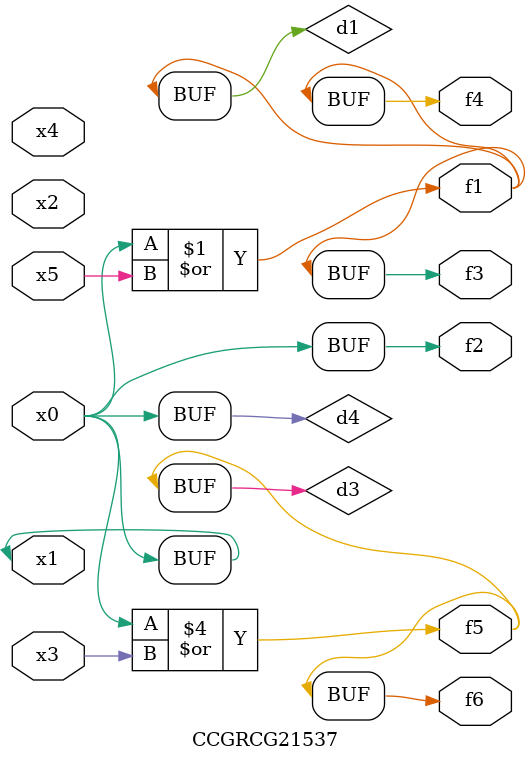
<source format=v>
module CCGRCG21537(
	input x0, x1, x2, x3, x4, x5,
	output f1, f2, f3, f4, f5, f6
);

	wire d1, d2, d3, d4;

	or (d1, x0, x5);
	xnor (d2, x1, x4);
	or (d3, x0, x3);
	buf (d4, x0, x1);
	assign f1 = d1;
	assign f2 = d4;
	assign f3 = d1;
	assign f4 = d1;
	assign f5 = d3;
	assign f6 = d3;
endmodule

</source>
